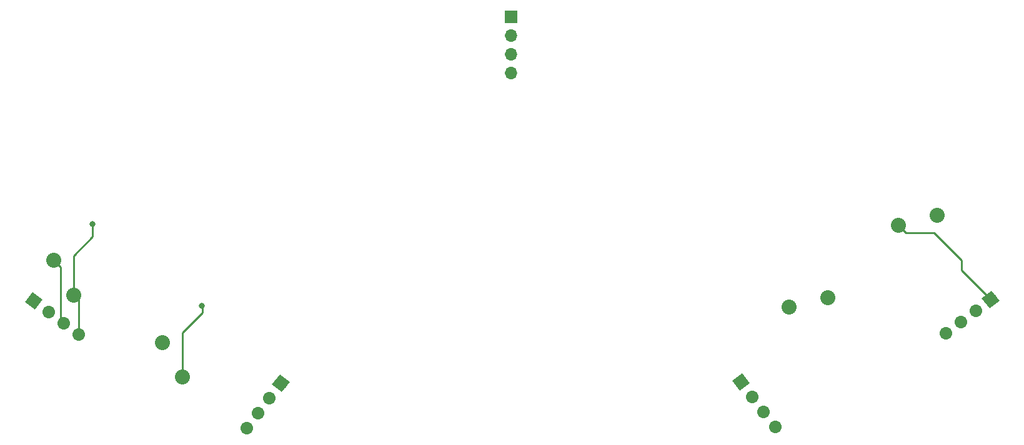
<source format=gbr>
G04 #@! TF.GenerationSoftware,KiCad,Pcbnew,(5.1.4)-1*
G04 #@! TF.CreationDate,2023-12-29T13:05:47-05:00*
G04 #@! TF.ProjectId,ThumbsUp,5468756d-6273-4557-902e-6b696361645f,rev?*
G04 #@! TF.SameCoordinates,Original*
G04 #@! TF.FileFunction,Copper,L1,Top*
G04 #@! TF.FilePolarity,Positive*
%FSLAX46Y46*%
G04 Gerber Fmt 4.6, Leading zero omitted, Abs format (unit mm)*
G04 Created by KiCad (PCBNEW (5.1.4)-1) date 2023-12-29 13:05:47*
%MOMM*%
%LPD*%
G04 APERTURE LIST*
%ADD10C,2.032000*%
%ADD11C,1.700000*%
%ADD12C,1.700000*%
%ADD13C,0.100000*%
%ADD14R,1.700000X1.700000*%
%ADD15O,1.700000X1.700000*%
%ADD16C,0.800000*%
%ADD17C,0.250000*%
G04 APERTURE END LIST*
D10*
X192714322Y-3606689D03*
X197971311Y-2274749D03*
D11*
X96392618Y-7291511D03*
D12*
X96392618Y-7291511D02*
X96392618Y-7291511D01*
D11*
X94364083Y-5762901D03*
D12*
X94364083Y-5762901D02*
X94364083Y-5762901D01*
D11*
X92335549Y-4234291D03*
D12*
X92335549Y-4234291D02*
X92335549Y-4234291D01*
D11*
X90307015Y-2705681D03*
D13*
G36*
X90474312Y-3896064D02*
G01*
X89116632Y-2872978D01*
X90139718Y-1515298D01*
X91497398Y-2538384D01*
X90474312Y-3896064D01*
X90474312Y-3896064D01*
G37*
D11*
X213915141Y-7137906D03*
D12*
X213915141Y-7137906D02*
X213915141Y-7137906D01*
D11*
X215943676Y-5609296D03*
D12*
X215943676Y-5609296D02*
X215943676Y-5609296D01*
D11*
X217972210Y-4080686D03*
D12*
X217972210Y-4080686D02*
X217972210Y-4080686D01*
D11*
X220000744Y-2552076D03*
D13*
G36*
X218810361Y-2384779D02*
G01*
X220168041Y-1361693D01*
X221191127Y-2719373D01*
X219833447Y-3742459D01*
X218810361Y-2384779D01*
X218810361Y-2384779D01*
G37*
D10*
X110506555Y-13063190D03*
X107777189Y-8376980D03*
X95731798Y-1929613D03*
X93002432Y2756597D03*
X207489079Y7526889D03*
X212746068Y8858829D03*
D14*
X155058765Y35821751D03*
D15*
X155058765Y33281751D03*
X155058765Y30741751D03*
X155058765Y28201751D03*
D11*
X190793643Y-19802834D03*
D12*
X190793643Y-19802834D02*
X190793643Y-19802834D01*
D11*
X189265033Y-17774299D03*
D12*
X189265033Y-17774299D02*
X189265033Y-17774299D01*
D11*
X187736423Y-15745765D03*
D12*
X187736423Y-15745765D02*
X187736423Y-15745765D01*
D11*
X186207813Y-13717231D03*
D13*
G36*
X186040516Y-14907614D02*
G01*
X185017430Y-13549934D01*
X186375110Y-12526848D01*
X187398196Y-13884528D01*
X186040516Y-14907614D01*
X186040516Y-14907614D01*
G37*
D11*
X119234284Y-20001436D03*
D12*
X119234284Y-20001436D02*
X119234284Y-20001436D01*
D11*
X120762894Y-17972901D03*
D12*
X120762894Y-17972901D02*
X120762894Y-17972901D01*
D11*
X122291504Y-15944367D03*
D12*
X122291504Y-15944367D02*
X122291504Y-15944367D01*
D11*
X123820114Y-13915833D03*
D13*
G36*
X122629731Y-14083130D02*
G01*
X123652817Y-12725450D01*
X125010497Y-13748536D01*
X123987411Y-15106216D01*
X122629731Y-14083130D01*
X122629731Y-14083130D01*
G37*
D16*
X98300000Y7710000D03*
X113150000Y-3390000D03*
D17*
X95731798Y-1929613D02*
X95731798Y3391798D01*
X95731798Y3391798D02*
X98300000Y5960000D01*
X98300000Y5960000D02*
X98300000Y7710000D01*
X96392618Y-2590433D02*
X95731798Y-1929613D01*
X96392618Y-7291511D02*
X96392618Y-2590433D01*
X93950000Y1809029D02*
X93002432Y2756597D01*
X94364083Y-5762901D02*
X93950000Y-5348818D01*
X93950000Y-5348818D02*
X93950000Y1809029D01*
X110506555Y-13063190D02*
X110506555Y-7033445D01*
X110506555Y-7033445D02*
X113200000Y-4340000D01*
X113200000Y-4340000D02*
X113200000Y-3540000D01*
X113200000Y-3540000D02*
X113150000Y-3490000D01*
X113150000Y-3490000D02*
X113150000Y-3390000D01*
X208505078Y6510890D02*
X212299110Y6510890D01*
X207489079Y7526889D02*
X208505078Y6510890D01*
X212299110Y6510890D02*
X216050000Y2760000D01*
X216050000Y1398668D02*
X220000744Y-2552076D01*
X216050000Y2760000D02*
X216050000Y1398668D01*
M02*

</source>
